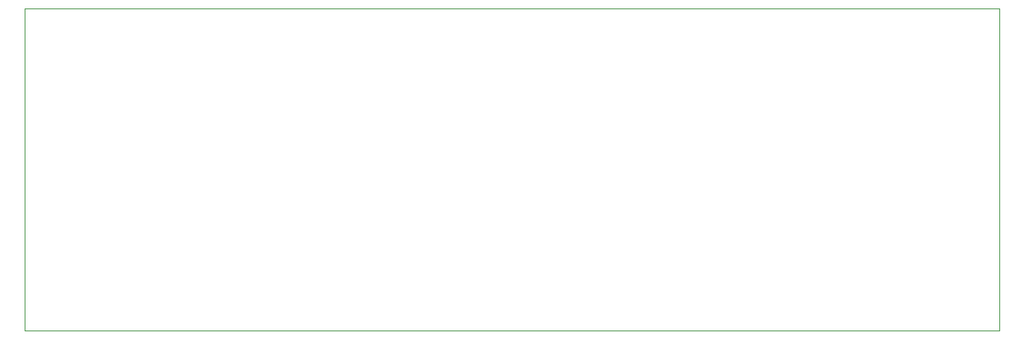
<source format=gbr>
%TF.GenerationSoftware,KiCad,Pcbnew,7.0.10*%
%TF.CreationDate,2024-12-18T16:05:22+01:00*%
%TF.ProjectId,transmitter,7472616e-736d-4697-9474-65722e6b6963,rev?*%
%TF.SameCoordinates,Original*%
%TF.FileFunction,Profile,NP*%
%FSLAX46Y46*%
G04 Gerber Fmt 4.6, Leading zero omitted, Abs format (unit mm)*
G04 Created by KiCad (PCBNEW 7.0.10) date 2024-12-18 16:05:22*
%MOMM*%
%LPD*%
G01*
G04 APERTURE LIST*
%TA.AperFunction,Profile*%
%ADD10C,0.100000*%
%TD*%
G04 APERTURE END LIST*
D10*
X108900000Y-46000000D02*
X216000000Y-46000000D01*
X216000000Y-81400000D01*
X108900000Y-81400000D01*
X108900000Y-46000000D01*
M02*

</source>
